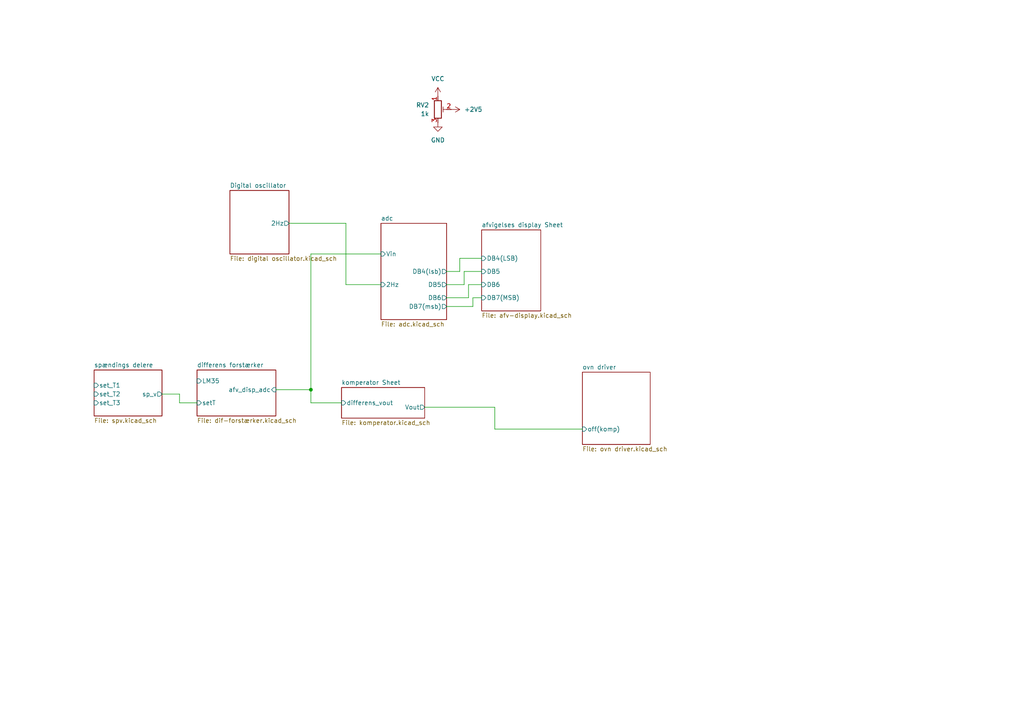
<source format=kicad_sch>
(kicad_sch (version 20250114) (generator "eeschema") (generator_version "9.0")
  (paper "A4")
  (lib_symbols
    (symbol "Device:R_Potentiometer_Trim" (pin_names (offset 1.016) (hide yes))
      (property "Reference" "RV" (at -4.445 0 90))
      (property "Value" "R_Potentiometer_Trim" (at -2.54 0 90))
      (symbol "R_Potentiometer_Trim_0_1"
        (rectangle (start 1.016 2.54) (end -1.016 -2.54) (stroke (width 0.254)))
        (polyline (pts (xy 1.524 0.762) (xy 1.524 -0.762)))
        (polyline (pts (xy 2.54 0) (xy 1.524 0)))
      )
      (symbol "R_Potentiometer_Trim_1_1"
        (pin passive line (at 0 3.81 270) (length 1.27) (name "1") (number "1"))
        (pin passive line (at 0 -3.81 90) (length 1.27) (name "3") (number "3"))
        (pin passive line (at 3.81 0 180) (length 1.27) (name "2") (number "2"))
      )
    )
    (symbol "power:+2V5" (power) (pin_numbers (hide yes)) (pin_names (offset 0) (hide yes))
      (property "Value" "+2V5" (at 0 3.556 0))
      (symbol "+2V5_0_1"
        (polyline (pts (xy -0.762 1.27) (xy 0 2.54)))
        (polyline (pts (xy 0 2.54) (xy 0.762 1.27)))
        (polyline (pts (xy 0 0) (xy 0 2.54)))
      )
      (symbol "+2V5_1_1"
        (pin power_in line (at 0 0 90) (length 0) (name "~") (number "1"))
      )
    )
    (symbol "power:GND" (power) (pin_numbers (hide yes)) (pin_names (offset 0) (hide yes))
      (property "Value" "GND" (at 0 -3.81 0))
      (symbol "GND_0_1"
        (polyline (pts (xy 0 0) (xy 0 -1.27) (xy 1.27 -1.27) (xy 0 -2.54) (xy -1.27 -1.27) (xy 0 -1.27)))
      )
      (symbol "GND_1_1"
        (pin power_in line (at 0 0 270) (length 0) (name "~") (number "1"))
      )
    )
    (symbol "power:VCC" (power) (pin_numbers (hide yes)) (pin_names (offset 0) (hide yes))
      (property "Value" "VCC" (at 0 3.556 0))
      (symbol "VCC_0_1"
        (polyline (pts (xy -0.762 1.27) (xy 0 2.54)))
        (polyline (pts (xy 0 2.54) (xy 0.762 1.27)))
        (polyline (pts (xy 0 0) (xy 0 2.54)))
      )
      (symbol "VCC_1_1"
        (pin power_in line (at 0 0 90) (length 0) (name "~") (number "1"))
      )
    )
  )
  (junction (at 90.17 113.03))
  (wire (pts (xy 129.54 86.36) (xy 135.89 86.36)))
  (wire (pts (xy 129.54 88.9) (xy 137.16 88.9)))
  (wire (pts (xy 100.33 82.55) (xy 110.49 82.55)))
  (wire (pts (xy 80.01 113.03) (xy 90.17 113.03)))
  (wire (pts (xy 133.35 78.74) (xy 133.35 74.93)))
  (wire (pts (xy 52.07 114.3) (xy 52.07 116.84)))
  (wire (pts (xy 46.99 114.3) (xy 52.07 114.3)))
  (wire (pts (xy 135.89 82.55) (xy 139.7 82.55)))
  (wire (pts (xy 52.07 116.84) (xy 57.15 116.84)))
  (wire (pts (xy 134.62 78.74) (xy 139.7 78.74)))
  (wire (pts (xy 134.62 82.55) (xy 134.62 78.74)))
  (wire (pts (xy 137.16 86.36) (xy 139.7 86.36)))
  (wire (pts (xy 135.89 86.36) (xy 135.89 82.55)))
  (wire (pts (xy 143.51 118.11) (xy 123.19 118.11)))
  (wire (pts (xy 100.33 64.77) (xy 100.33 82.55)))
  (wire (pts (xy 129.54 78.74) (xy 133.35 78.74)))
  (wire (pts (xy 90.17 113.03) (xy 90.17 73.66)))
  (wire (pts (xy 90.17 113.03) (xy 90.17 116.84)))
  (wire (pts (xy 133.35 74.93) (xy 139.7 74.93)))
  (wire (pts (xy 90.17 116.84) (xy 99.06 116.84)))
  (wire (pts (xy 137.16 88.9) (xy 137.16 86.36)))
  (wire (pts (xy 90.17 73.66) (xy 110.49 73.66)))
  (wire (pts (xy 83.82 64.77) (xy 100.33 64.77)))
  (wire (pts (xy 168.91 124.46) (xy 143.51 124.46)))
  (wire (pts (xy 143.51 124.46) (xy 143.51 118.11)))
  (wire (pts (xy 129.54 82.55) (xy 134.62 82.55)))
  (symbol (lib_id "power:+2V5") (at 130.81 31.75 270) (unit 1)
    (property "Reference" "#PWR020" (effects (hide yes)))
    (property "Value" "+2V5" (at 134.62 31.7499 90) (effects (justify left)))
    (property "Description" "Power symbol creates a global label with name \"+2V5\"" (effects (hide yes)))
  )
  (symbol (lib_id "Device:R_Potentiometer_Trim") (at 127 31.75 0) (unit 1)
    (property "Reference" "RV2" (at 124.46 30.4799 0) (effects (justify right)))
    (property "Value" "1k" (at 124.46 33.0199 0) (effects (justify right)))
    (property "Description" "Trim-potentiometer" (effects (hide yes)))
  )
  (symbol (lib_id "power:GND") (at 127 35.56 0) (unit 1)
    (property "Reference" "#PWR018" (effects (hide yes)))
    (property "Value" "GND" (at 127 40.64 0))
    (property "Description" "Power symbol creates a global label with name \"GND\" , ground" (effects (hide yes)))
  )
  (symbol (lib_id "power:VCC") (at 127 27.94 0) (unit 1)
    (property "Reference" "#PWR019" (effects (hide yes)))
    (property "Value" "VCC" (at 127 22.86 0))
    (property "Description" "Power symbol creates a global label with name \"VCC\"" (effects (hide yes)))
  )
  (sheet (at 27.305 107.315) (size 19.685 13.335) (stroke (width 0.1524))
    (property "Sheetname" "spændings delere" (at 27.305 106.6034 0) (effects (justify left bottom)))
    (property "Sheetfile" "spv.kicad_sch" (at 27.305 121.2346 0) (effects (justify left top)))
    (pin "set_T1" input (at 27.305 111.76 180))
    (pin "set_T2" input (at 27.305 114.3 180))
    (pin "set_T3" input (at 27.305 116.84 180))
    (pin "sp_v" output (at 46.99 114.3 0))
  )
  (sheet (at 110.49 64.77) (size 19.05 27.94) (stroke (width 0.1524))
    (property "Sheetname" "adc" (at 110.49 64.0584 0) (effects (justify left bottom)))
    (property "Sheetfile" "adc.kicad_sch" (at 110.49 93.2946 0) (effects (justify left top)))
    (pin "DB7(msb)" output (at 129.54 88.9 0))
    (pin "DB6" output (at 129.54 86.36 0))
    (pin "2Hz" input (at 110.49 82.55 180))
    (pin "Vin" input (at 110.49 73.66 180))
    (pin "DB4(lsb)" output (at 129.54 78.74 0))
    (pin "DB5" output (at 129.54 82.55 0))
  )
  (sheet (at 168.91 107.95) (size 19.685 20.955) (stroke (width 0.1524))
    (property "Sheetname" "ovn driver" (at 168.91 107.2384 0) (effects (justify left bottom)))
    (property "Sheetfile" "ovn driver.kicad_sch" (at 168.91 129.4896 0) (effects (justify left top)))
    (pin "off(komp)" input (at 168.91 124.46 180))
  )
  (sheet (at 99.06 112.395) (size 24.13 8.89) (stroke (width 0.1524))
    (property "Sheetname" "komperator Sheet" (at 99.06 111.6834 0) (effects (justify left bottom)))
    (property "Sheetfile" "komperator.kicad_sch" (at 99.06 121.8696 0) (effects (justify left top)))
    (pin "differens_vout" input (at 99.06 116.84 180))
    (pin "Vout" output (at 123.19 118.11 0))
  )
  (sheet (at 139.7 66.675) (size 17.145 23.495) (stroke (width 0.1524))
    (property "Sheetname" "afvigelses display Sheet" (at 139.7 65.9634 0) (effects (justify left bottom)))
    (property "Sheetfile" "afv-display.kicad_sch" (at 139.7 90.7546 0) (effects (justify left top)))
    (pin "DB4(LSB)" input (at 139.7 74.93 180))
    (pin "DB7(MSB)" input (at 139.7 86.36 180))
    (pin "DB5" input (at 139.7 78.74 180))
    (pin "DB6" input (at 139.7 82.55 180))
  )
  (sheet (at 57.15 107.315) (size 22.86 13.335) (stroke (width 0.1524))
    (property "Sheetname" "differens forstærker" (at 57.15 106.6034 0) (effects (justify left bottom)))
    (property "Sheetfile" "dif-forstærker.kicad_sch" (at 57.15 121.2346 0) (effects (justify left top)))
    (pin "setT" input (at 57.15 116.84 180))
    (pin "afv_disp_adc" input (at 80.01 113.03 0))
    (pin "LM35" input (at 57.15 110.49 180))
  )
  (sheet (at 66.675 55.245) (size 17.145 18.415) (stroke (width 0.1524))
    (property "Sheetname" "Digital oscillator" (at 66.675 54.5334 0) (effects (justify left bottom)))
    (property "Sheetfile" "digital oscillator.kicad_sch" (at 66.675 74.2446 0) (effects (justify left top)))
    (pin "2Hz" output (at 83.82 64.77 0))
  )
)
</source>
